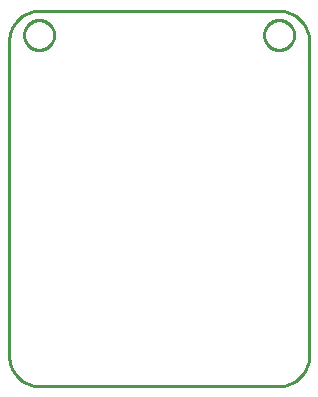
<source format=gbr>
G04 EAGLE Gerber RS-274X export*
G75*
%MOMM*%
%FSLAX34Y34*%
%LPD*%
%IN*%
%IPPOS*%
%AMOC8*
5,1,8,0,0,1.08239X$1,22.5*%
G01*
%ADD10C,0.254000*%


D10*
X0Y25400D02*
X97Y23186D01*
X386Y20989D01*
X865Y18826D01*
X1532Y16713D01*
X2380Y14666D01*
X3403Y12700D01*
X4594Y10831D01*
X5942Y9073D01*
X7440Y7440D01*
X9073Y5942D01*
X10831Y4594D01*
X12700Y3403D01*
X14666Y2380D01*
X16713Y1532D01*
X18826Y865D01*
X20989Y386D01*
X23186Y97D01*
X25400Y0D01*
X228600Y0D01*
X230814Y97D01*
X233011Y386D01*
X235174Y865D01*
X237287Y1532D01*
X239335Y2380D01*
X241300Y3403D01*
X243169Y4594D01*
X244927Y5942D01*
X246561Y7440D01*
X248058Y9073D01*
X249406Y10831D01*
X250597Y12700D01*
X251620Y14666D01*
X252468Y16713D01*
X253135Y18826D01*
X253614Y20989D01*
X253903Y23186D01*
X254000Y25400D01*
X254000Y292100D01*
X253903Y294314D01*
X253614Y296511D01*
X253135Y298674D01*
X252468Y300787D01*
X251620Y302835D01*
X250597Y304800D01*
X249406Y306669D01*
X248058Y308427D01*
X246561Y310061D01*
X244927Y311558D01*
X243169Y312906D01*
X241300Y314097D01*
X239335Y315120D01*
X237287Y315968D01*
X235174Y316635D01*
X233011Y317114D01*
X230814Y317403D01*
X228600Y317500D01*
X25400Y317500D01*
X23186Y317403D01*
X20989Y317114D01*
X18826Y316635D01*
X16713Y315968D01*
X14666Y315120D01*
X12700Y314097D01*
X10831Y312906D01*
X9073Y311558D01*
X7440Y310061D01*
X5942Y308427D01*
X4594Y306669D01*
X3403Y304800D01*
X2380Y302835D01*
X1532Y300787D01*
X865Y298674D01*
X386Y296511D01*
X97Y294314D01*
X0Y292100D01*
X0Y25400D01*
X38100Y296681D02*
X38022Y295686D01*
X37866Y294700D01*
X37633Y293730D01*
X37324Y292781D01*
X36942Y291859D01*
X36489Y290970D01*
X35968Y290119D01*
X35381Y289311D01*
X34733Y288553D01*
X34027Y287847D01*
X33269Y287199D01*
X32461Y286612D01*
X31610Y286091D01*
X30721Y285638D01*
X29799Y285256D01*
X28850Y284947D01*
X27880Y284714D01*
X26894Y284558D01*
X25899Y284480D01*
X24901Y284480D01*
X23906Y284558D01*
X22920Y284714D01*
X21950Y284947D01*
X21001Y285256D01*
X20079Y285638D01*
X19190Y286091D01*
X18339Y286612D01*
X17531Y287199D01*
X16773Y287847D01*
X16067Y288553D01*
X15419Y289311D01*
X14832Y290119D01*
X14311Y290970D01*
X13858Y291859D01*
X13476Y292781D01*
X13167Y293730D01*
X12934Y294700D01*
X12778Y295686D01*
X12700Y296681D01*
X12700Y297679D01*
X12778Y298674D01*
X12934Y299660D01*
X13167Y300630D01*
X13476Y301579D01*
X13858Y302501D01*
X14311Y303390D01*
X14832Y304241D01*
X15419Y305049D01*
X16067Y305807D01*
X16773Y306513D01*
X17531Y307161D01*
X18339Y307748D01*
X19190Y308269D01*
X20079Y308722D01*
X21001Y309104D01*
X21950Y309413D01*
X22920Y309646D01*
X23906Y309802D01*
X24901Y309880D01*
X25899Y309880D01*
X26894Y309802D01*
X27880Y309646D01*
X28850Y309413D01*
X29799Y309104D01*
X30721Y308722D01*
X31610Y308269D01*
X32461Y307748D01*
X33269Y307161D01*
X34027Y306513D01*
X34733Y305807D01*
X35381Y305049D01*
X35968Y304241D01*
X36489Y303390D01*
X36942Y302501D01*
X37324Y301579D01*
X37633Y300630D01*
X37866Y299660D01*
X38022Y298674D01*
X38100Y297679D01*
X38100Y296681D01*
X241300Y296681D02*
X241222Y295686D01*
X241066Y294700D01*
X240833Y293730D01*
X240524Y292781D01*
X240142Y291859D01*
X239689Y290970D01*
X239168Y290119D01*
X238581Y289311D01*
X237933Y288553D01*
X237227Y287847D01*
X236469Y287199D01*
X235661Y286612D01*
X234810Y286091D01*
X233921Y285638D01*
X232999Y285256D01*
X232050Y284947D01*
X231080Y284714D01*
X230094Y284558D01*
X229099Y284480D01*
X228101Y284480D01*
X227106Y284558D01*
X226120Y284714D01*
X225150Y284947D01*
X224201Y285256D01*
X223279Y285638D01*
X222390Y286091D01*
X221539Y286612D01*
X220731Y287199D01*
X219973Y287847D01*
X219267Y288553D01*
X218619Y289311D01*
X218032Y290119D01*
X217511Y290970D01*
X217058Y291859D01*
X216676Y292781D01*
X216367Y293730D01*
X216134Y294700D01*
X215978Y295686D01*
X215900Y296681D01*
X215900Y297679D01*
X215978Y298674D01*
X216134Y299660D01*
X216367Y300630D01*
X216676Y301579D01*
X217058Y302501D01*
X217511Y303390D01*
X218032Y304241D01*
X218619Y305049D01*
X219267Y305807D01*
X219973Y306513D01*
X220731Y307161D01*
X221539Y307748D01*
X222390Y308269D01*
X223279Y308722D01*
X224201Y309104D01*
X225150Y309413D01*
X226120Y309646D01*
X227106Y309802D01*
X228101Y309880D01*
X229099Y309880D01*
X230094Y309802D01*
X231080Y309646D01*
X232050Y309413D01*
X232999Y309104D01*
X233921Y308722D01*
X234810Y308269D01*
X235661Y307748D01*
X236469Y307161D01*
X237227Y306513D01*
X237933Y305807D01*
X238581Y305049D01*
X239168Y304241D01*
X239689Y303390D01*
X240142Y302501D01*
X240524Y301579D01*
X240833Y300630D01*
X241066Y299660D01*
X241222Y298674D01*
X241300Y297679D01*
X241300Y296681D01*
M02*

</source>
